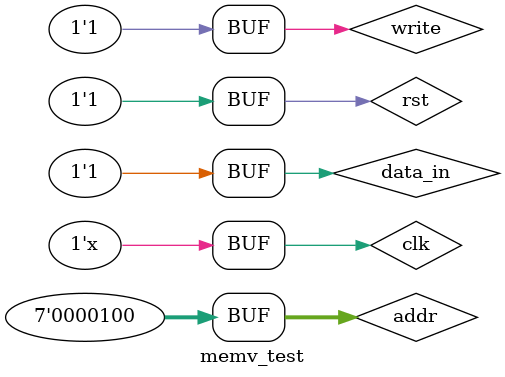
<source format=v>
`timescale 1ns / 1ps

module memv_test();
   wire  data_out;
   reg [6:0]       addr;
   reg             data_in;
   reg            write;
   reg             clk;
   reg            rst;
   
   memv test0(
    .data_out(data_out),
    .addr(addr),
    .data_in(data_in),
    .write(write),
    .clk(clk),
    .rst(rst));
    
    initial begin
        clk = 1;
        rst = 0;
        write = 1;
        data_in = 1;
        addr = 7'b0;
        #13;
        
        addr = 7'b0000_001;
        #13;
        
        addr = 7'b0000_010;
        #13;
        
        addr = 7'b0000_011;
        #13;
         
        addr = 7'b0000_100;
        #13;
        
        rst = 1;
        #13;
        
    end
    
    always begin
    #10 clk = ~clk;
    end
endmodule

</source>
